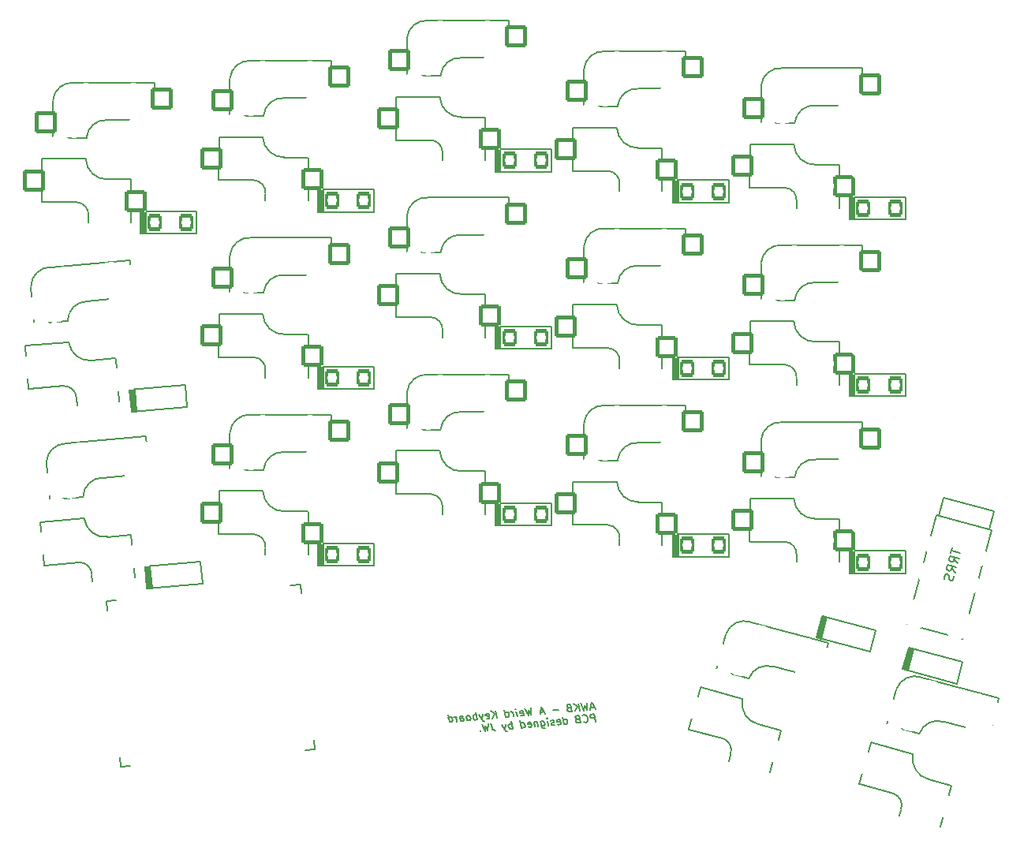
<source format=gbo>
G04 #@! TF.GenerationSoftware,KiCad,Pcbnew,7.0.5-0*
G04 #@! TF.CreationDate,2023-06-11T17:15:19+08:00*
G04 #@! TF.ProjectId,AWKB,41574b42-2e6b-4696-9361-645f70636258,rev?*
G04 #@! TF.SameCoordinates,Original*
G04 #@! TF.FileFunction,Legend,Bot*
G04 #@! TF.FilePolarity,Positive*
%FSLAX46Y46*%
G04 Gerber Fmt 4.6, Leading zero omitted, Abs format (unit mm)*
G04 Created by KiCad (PCBNEW 7.0.5-0) date 2023-06-11 17:15:19*
%MOMM*%
%LPD*%
G01*
G04 APERTURE LIST*
G04 Aperture macros list*
%AMRoundRect*
0 Rectangle with rounded corners*
0 $1 Rounding radius*
0 $2 $3 $4 $5 $6 $7 $8 $9 X,Y pos of 4 corners*
0 Add a 4 corners polygon primitive as box body*
4,1,4,$2,$3,$4,$5,$6,$7,$8,$9,$2,$3,0*
0 Add four circle primitives for the rounded corners*
1,1,$1+$1,$2,$3*
1,1,$1+$1,$4,$5*
1,1,$1+$1,$6,$7*
1,1,$1+$1,$8,$9*
0 Add four rect primitives between the rounded corners*
20,1,$1+$1,$2,$3,$4,$5,0*
20,1,$1+$1,$4,$5,$6,$7,0*
20,1,$1+$1,$6,$7,$8,$9,0*
20,1,$1+$1,$8,$9,$2,$3,0*%
%AMHorizOval*
0 Thick line with rounded ends*
0 $1 width*
0 $2 $3 position (X,Y) of the first rounded end (center of the circle)*
0 $4 $5 position (X,Y) of the second rounded end (center of the circle)*
0 Add line between two ends*
20,1,$1,$2,$3,$4,$5,0*
0 Add two circle primitives to create the rounded ends*
1,1,$1,$2,$3*
1,1,$1,$4,$5*%
%AMFreePoly0*
4,1,22,0.686777,0.580194,0.756366,0.524698,0.794986,0.444504,0.799999,0.400000,0.800000,0.200000,0.780194,0.113223,0.741421,0.058579,0.141421,-0.541421,0.066056,-0.588777,-0.022393,-0.598742,-0.106406,-0.569345,-0.141421,-0.541421,-0.741421,0.058579,-0.788777,0.133944,-0.800000,0.200000,-0.800000,0.400000,-0.780194,0.486777,-0.724698,0.556366,-0.644504,0.594986,-0.600000,0.600000,
0.600000,0.600000,0.686777,0.580194,0.686777,0.580194,$1*%
%AMFreePoly1*
4,1,26,0.706406,1.169345,0.769345,1.106406,0.798742,1.022393,0.800000,1.000000,0.800000,-0.250000,0.780194,-0.336777,0.724698,-0.406366,0.644504,-0.444986,0.600000,-0.450000,-0.600000,-0.450000,-0.686777,-0.430194,-0.756366,-0.374698,-0.794986,-0.294504,-0.800000,-0.250000,-0.800001,1.000000,-0.780194,1.086777,-0.724698,1.156366,-0.644504,1.194985,-0.555496,1.194986,-0.475302,1.156366,
-0.458579,1.141421,0.000000,0.682842,0.458579,1.141421,0.533944,1.188777,0.622393,1.198742,0.706406,1.169345,0.706406,1.169345,$1*%
G04 Aperture macros list end*
%ADD10C,0.150000*%
%ADD11C,0.200000*%
%ADD12C,0.100000*%
%ADD13C,1.200000*%
%ADD14HorizOval,2.000000X0.051764X0.193185X-0.051764X-0.193185X0*%
%ADD15HorizOval,2.000000X-0.051764X-0.193185X0.051764X0.193185X0*%
%ADD16C,2.300000*%
%ADD17C,2.100000*%
%ADD18C,3.400000*%
%ADD19C,4.400000*%
%ADD20RoundRect,0.200000X1.000000X1.000000X-1.000000X1.000000X-1.000000X-1.000000X1.000000X-1.000000X0*%
%ADD21RoundRect,0.200000X0.950000X1.000000X-0.950000X1.000000X-0.950000X-1.000000X0.950000X-1.000000X0*%
%ADD22RoundRect,0.200000X-0.600000X-0.700000X0.600000X-0.700000X0.600000X0.700000X-0.600000X0.700000X0*%
%ADD23C,3.600000*%
%ADD24RoundRect,0.200000X1.224745X0.707107X-0.707107X1.224745X-1.224745X-0.707107X0.707107X-1.224745X0*%
%ADD25RoundRect,0.200000X1.176449X0.720048X-0.658810X1.211804X-1.176449X-0.720048X0.658810X-1.211804X0*%
%ADD26RoundRect,0.200000X0.909039X1.083350X-1.083350X0.909039X-0.909039X-1.083350X1.083350X-0.909039X0*%
%ADD27RoundRect,0.200000X0.859229X1.078993X-1.033541X0.913397X-0.859229X-1.078993X1.033541X-0.913397X0*%
%ADD28C,2.000000*%
%ADD29FreePoly0,185.000000*%
%ADD30FreePoly0,5.000000*%
%ADD31FreePoly1,185.000000*%
%ADD32FreePoly1,5.000000*%
%ADD33RoundRect,0.200000X-0.760729X-0.520857X0.398382X-0.831440X0.760729X0.520857X-0.398382X0.831440X0*%
%ADD34RoundRect,0.200000X-0.536708X-0.749630X0.658726X-0.645043X0.536708X0.749630X-0.658726X0.645043X0*%
%ADD35C,1.100000*%
G04 APERTURE END LIST*
D10*
X160120298Y-134389622D02*
X159740795Y-134422825D01*
X160244582Y-134608193D02*
X159809586Y-133843195D01*
X159809586Y-133843195D02*
X159713279Y-134654676D01*
X159354183Y-133883037D02*
X159333776Y-134687879D01*
X159333776Y-134687879D02*
X159061015Y-134138131D01*
X159061015Y-134138131D02*
X159030174Y-134714440D01*
X159030174Y-134714440D02*
X158671078Y-133942801D01*
X158536820Y-134757603D02*
X158367476Y-133969363D01*
X158081417Y-134797446D02*
X158326201Y-134317141D01*
X157912073Y-134009206D02*
X158464244Y-134419786D01*
X157385508Y-134437682D02*
X157279721Y-134485178D01*
X157279721Y-134485178D02*
X157249835Y-134526033D01*
X157249835Y-134526033D02*
X157228013Y-134604424D01*
X157228013Y-134604424D02*
X157252205Y-134717029D01*
X157252205Y-134717029D02*
X157306283Y-134788780D01*
X157306283Y-134788780D02*
X157352298Y-134822995D01*
X157352298Y-134822995D02*
X157436262Y-134853890D01*
X157436262Y-134853890D02*
X157739864Y-134827328D01*
X157739864Y-134827328D02*
X157570520Y-134039088D01*
X157570520Y-134039088D02*
X157304868Y-134062329D01*
X157304868Y-134062329D02*
X157237032Y-134106505D01*
X157237032Y-134106505D02*
X157207145Y-134147360D01*
X157207145Y-134147360D02*
X157185323Y-134225751D01*
X157185323Y-134225751D02*
X157201451Y-134300822D01*
X157201451Y-134300822D02*
X157255529Y-134372572D01*
X157255529Y-134372572D02*
X157301544Y-134406787D01*
X157301544Y-134406787D02*
X157385508Y-134437682D01*
X157385508Y-134437682D02*
X157651160Y-134414440D01*
X156271192Y-134649894D02*
X155663988Y-134703017D01*
X154731359Y-134861093D02*
X154351856Y-134894296D01*
X154855643Y-135079664D02*
X154420647Y-134314666D01*
X154420647Y-134314666D02*
X154324339Y-135126148D01*
X153358040Y-134407632D02*
X153337632Y-135212473D01*
X153337632Y-135212473D02*
X153064871Y-134662725D01*
X153064871Y-134662725D02*
X153034030Y-135239035D01*
X153034030Y-135239035D02*
X152674935Y-134467396D01*
X152229010Y-135271224D02*
X152312975Y-135302119D01*
X152312975Y-135302119D02*
X152464776Y-135288838D01*
X152464776Y-135288838D02*
X152532612Y-135244663D01*
X152532612Y-135244663D02*
X152554435Y-135166272D01*
X152554435Y-135166272D02*
X152489923Y-134865990D01*
X152489923Y-134865990D02*
X152435844Y-134794240D01*
X152435844Y-134794240D02*
X152351880Y-134763345D01*
X152351880Y-134763345D02*
X152200079Y-134776626D01*
X152200079Y-134776626D02*
X152132242Y-134820801D01*
X152132242Y-134820801D02*
X152110420Y-134899192D01*
X152110420Y-134899192D02*
X152126548Y-134974263D01*
X152126548Y-134974263D02*
X152522179Y-135016131D01*
X151857572Y-135341962D02*
X151744676Y-134816468D01*
X151688228Y-134553722D02*
X151734242Y-134587937D01*
X151734242Y-134587937D02*
X151704356Y-134628792D01*
X151704356Y-134628792D02*
X151658341Y-134594577D01*
X151658341Y-134594577D02*
X151688228Y-134553722D01*
X151688228Y-134553722D02*
X151704356Y-134628792D01*
X151478069Y-135375164D02*
X151365173Y-134849670D01*
X151397429Y-134999811D02*
X151343351Y-134928061D01*
X151343351Y-134928061D02*
X151297337Y-134893846D01*
X151297337Y-134893846D02*
X151213372Y-134862951D01*
X151213372Y-134862951D02*
X151137472Y-134869592D01*
X150643163Y-135448209D02*
X150473819Y-134659969D01*
X150635099Y-135410673D02*
X150719064Y-135441568D01*
X150719064Y-135441568D02*
X150870865Y-135428287D01*
X150870865Y-135428287D02*
X150938702Y-135384112D01*
X150938702Y-135384112D02*
X150968588Y-135343256D01*
X150968588Y-135343256D02*
X150990410Y-135264866D01*
X150990410Y-135264866D02*
X150942026Y-135039654D01*
X150942026Y-135039654D02*
X150887948Y-134967904D01*
X150887948Y-134967904D02*
X150841934Y-134933689D01*
X150841934Y-134933689D02*
X150757969Y-134902794D01*
X150757969Y-134902794D02*
X150606168Y-134916075D01*
X150606168Y-134916075D02*
X150538331Y-134960250D01*
X149656456Y-135534534D02*
X149487112Y-134746294D01*
X149201052Y-135574377D02*
X149445837Y-135094072D01*
X149031708Y-134786137D02*
X149583880Y-135196717D01*
X148547834Y-135593286D02*
X148631798Y-135624180D01*
X148631798Y-135624180D02*
X148783599Y-135610899D01*
X148783599Y-135610899D02*
X148851436Y-135566724D01*
X148851436Y-135566724D02*
X148873258Y-135488333D01*
X148873258Y-135488333D02*
X148808746Y-135188051D01*
X148808746Y-135188051D02*
X148754668Y-135116301D01*
X148754668Y-135116301D02*
X148670703Y-135085406D01*
X148670703Y-135085406D02*
X148518902Y-135098687D01*
X148518902Y-135098687D02*
X148451066Y-135142863D01*
X148451066Y-135142863D02*
X148429243Y-135221253D01*
X148429243Y-135221253D02*
X148445371Y-135296324D01*
X148445371Y-135296324D02*
X148841002Y-135338192D01*
X148139400Y-135131889D02*
X148062544Y-135673984D01*
X147759897Y-135165091D02*
X148062544Y-135673984D01*
X148062544Y-135673984D02*
X148178765Y-135855019D01*
X148178765Y-135855019D02*
X148224779Y-135889234D01*
X148224779Y-135889234D02*
X148308744Y-135920129D01*
X147569191Y-135717146D02*
X147399847Y-134928906D01*
X147464359Y-135229188D02*
X147380394Y-135198293D01*
X147380394Y-135198293D02*
X147228593Y-135211574D01*
X147228593Y-135211574D02*
X147160756Y-135255750D01*
X147160756Y-135255750D02*
X147130870Y-135296605D01*
X147130870Y-135296605D02*
X147109048Y-135374996D01*
X147109048Y-135374996D02*
X147157432Y-135600208D01*
X147157432Y-135600208D02*
X147211510Y-135671958D01*
X147211510Y-135671958D02*
X147257524Y-135706173D01*
X147257524Y-135706173D02*
X147341489Y-135737068D01*
X147341489Y-135737068D02*
X147493290Y-135723787D01*
X147493290Y-135723787D02*
X147561127Y-135679611D01*
X146734284Y-135790191D02*
X146802121Y-135746016D01*
X146802121Y-135746016D02*
X146832007Y-135705160D01*
X146832007Y-135705160D02*
X146853829Y-135626769D01*
X146853829Y-135626769D02*
X146805445Y-135401558D01*
X146805445Y-135401558D02*
X146751367Y-135329808D01*
X146751367Y-135329808D02*
X146705353Y-135295593D01*
X146705353Y-135295593D02*
X146621388Y-135264698D01*
X146621388Y-135264698D02*
X146507537Y-135274659D01*
X146507537Y-135274659D02*
X146439701Y-135318834D01*
X146439701Y-135318834D02*
X146409814Y-135359690D01*
X146409814Y-135359690D02*
X146387992Y-135438080D01*
X146387992Y-135438080D02*
X146436376Y-135663292D01*
X146436376Y-135663292D02*
X146490454Y-135735042D01*
X146490454Y-135735042D02*
X146536469Y-135769257D01*
X146536469Y-135769257D02*
X146620433Y-135800152D01*
X146620433Y-135800152D02*
X146734284Y-135790191D01*
X145785527Y-135873197D02*
X145696823Y-135460309D01*
X145696823Y-135460309D02*
X145718645Y-135381918D01*
X145718645Y-135381918D02*
X145786482Y-135337743D01*
X145786482Y-135337743D02*
X145938283Y-135324462D01*
X145938283Y-135324462D02*
X146022247Y-135355357D01*
X145777463Y-135835662D02*
X145861427Y-135866556D01*
X145861427Y-135866556D02*
X146051179Y-135849955D01*
X146051179Y-135849955D02*
X146119015Y-135805780D01*
X146119015Y-135805780D02*
X146140837Y-135727389D01*
X146140837Y-135727389D02*
X146124709Y-135652318D01*
X146124709Y-135652318D02*
X146070631Y-135580568D01*
X146070631Y-135580568D02*
X145986667Y-135549673D01*
X145986667Y-135549673D02*
X145796915Y-135566274D01*
X145796915Y-135566274D02*
X145712951Y-135535380D01*
X145406024Y-135906399D02*
X145293127Y-135380906D01*
X145325384Y-135531047D02*
X145271305Y-135459296D01*
X145271305Y-135459296D02*
X145225291Y-135425081D01*
X145225291Y-135425081D02*
X145141326Y-135394186D01*
X145141326Y-135394186D02*
X145065426Y-135400827D01*
X144571118Y-135979444D02*
X144401774Y-135191204D01*
X144563054Y-135941909D02*
X144647018Y-135972803D01*
X144647018Y-135972803D02*
X144798819Y-135959523D01*
X144798819Y-135959523D02*
X144866656Y-135915347D01*
X144866656Y-135915347D02*
X144896542Y-135874491D01*
X144896542Y-135874491D02*
X144918364Y-135796101D01*
X144918364Y-135796101D02*
X144869980Y-135570889D01*
X144869980Y-135570889D02*
X144815902Y-135499139D01*
X144815902Y-135499139D02*
X144769888Y-135464924D01*
X144769888Y-135464924D02*
X144685923Y-135434029D01*
X144685923Y-135434029D02*
X144534122Y-135447310D01*
X144534122Y-135447310D02*
X144466286Y-135491486D01*
X160242989Y-135901253D02*
X160073644Y-135113013D01*
X160073644Y-135113013D02*
X159770042Y-135139575D01*
X159770042Y-135139575D02*
X159702206Y-135183750D01*
X159702206Y-135183750D02*
X159672319Y-135224606D01*
X159672319Y-135224606D02*
X159650497Y-135302996D01*
X159650497Y-135302996D02*
X159674689Y-135415602D01*
X159674689Y-135415602D02*
X159728767Y-135487352D01*
X159728767Y-135487352D02*
X159774782Y-135521568D01*
X159774782Y-135521568D02*
X159858746Y-135552462D01*
X159858746Y-135552462D02*
X160162349Y-135525901D01*
X158974501Y-135935750D02*
X159020516Y-135969965D01*
X159020516Y-135969965D02*
X159142431Y-135997539D01*
X159142431Y-135997539D02*
X159218331Y-135990899D01*
X159218331Y-135990899D02*
X159324118Y-135943403D01*
X159324118Y-135943403D02*
X159383891Y-135861692D01*
X159383891Y-135861692D02*
X159405713Y-135783301D01*
X159405713Y-135783301D02*
X159411407Y-135629840D01*
X159411407Y-135629840D02*
X159387215Y-135517234D01*
X159387215Y-135517234D02*
X159317009Y-135370414D01*
X159317009Y-135370414D02*
X159262930Y-135298663D01*
X159262930Y-135298663D02*
X159170902Y-135230233D01*
X159170902Y-135230233D02*
X159048987Y-135202659D01*
X159048987Y-135202659D02*
X158973087Y-135209299D01*
X158973087Y-135209299D02*
X158867300Y-135256795D01*
X158867300Y-135256795D02*
X158837413Y-135297651D01*
X158294721Y-135651056D02*
X158188934Y-135698552D01*
X158188934Y-135698552D02*
X158159048Y-135739407D01*
X158159048Y-135739407D02*
X158137226Y-135817798D01*
X158137226Y-135817798D02*
X158161418Y-135930404D01*
X158161418Y-135930404D02*
X158215496Y-136002154D01*
X158215496Y-136002154D02*
X158261510Y-136036369D01*
X158261510Y-136036369D02*
X158345475Y-136067264D01*
X158345475Y-136067264D02*
X158649077Y-136040702D01*
X158649077Y-136040702D02*
X158479733Y-135252462D01*
X158479733Y-135252462D02*
X158214081Y-135275704D01*
X158214081Y-135275704D02*
X158146245Y-135319879D01*
X158146245Y-135319879D02*
X158116358Y-135360735D01*
X158116358Y-135360735D02*
X158094536Y-135439125D01*
X158094536Y-135439125D02*
X158110664Y-135514196D01*
X158110664Y-135514196D02*
X158164742Y-135585946D01*
X158164742Y-135585946D02*
X158210757Y-135620161D01*
X158210757Y-135620161D02*
X158294721Y-135651056D01*
X158294721Y-135651056D02*
X158560373Y-135627815D01*
X156903364Y-136193432D02*
X156734020Y-135405192D01*
X156895300Y-136155897D02*
X156979265Y-136186792D01*
X156979265Y-136186792D02*
X157131066Y-136173511D01*
X157131066Y-136173511D02*
X157198902Y-136129335D01*
X157198902Y-136129335D02*
X157228789Y-136088480D01*
X157228789Y-136088480D02*
X157250611Y-136010089D01*
X157250611Y-136010089D02*
X157202227Y-135784878D01*
X157202227Y-135784878D02*
X157148149Y-135713127D01*
X157148149Y-135713127D02*
X157102134Y-135678912D01*
X157102134Y-135678912D02*
X157018170Y-135648018D01*
X157018170Y-135648018D02*
X156866369Y-135661298D01*
X156866369Y-135661298D02*
X156798532Y-135705474D01*
X156212195Y-136215661D02*
X156296159Y-136246556D01*
X156296159Y-136246556D02*
X156447960Y-136233275D01*
X156447960Y-136233275D02*
X156515797Y-136189099D01*
X156515797Y-136189099D02*
X156537619Y-136110709D01*
X156537619Y-136110709D02*
X156473107Y-135810427D01*
X156473107Y-135810427D02*
X156419029Y-135738676D01*
X156419029Y-135738676D02*
X156335064Y-135707782D01*
X156335064Y-135707782D02*
X156183263Y-135721062D01*
X156183263Y-135721062D02*
X156115427Y-135765238D01*
X156115427Y-135765238D02*
X156093605Y-135843629D01*
X156093605Y-135843629D02*
X156109733Y-135918699D01*
X156109733Y-135918699D02*
X156505363Y-135960568D01*
X155870643Y-136245543D02*
X155802806Y-136289719D01*
X155802806Y-136289719D02*
X155651005Y-136303000D01*
X155651005Y-136303000D02*
X155567040Y-136272105D01*
X155567040Y-136272105D02*
X155512962Y-136200354D01*
X155512962Y-136200354D02*
X155504898Y-136162819D01*
X155504898Y-136162819D02*
X155526720Y-136084429D01*
X155526720Y-136084429D02*
X155594557Y-136040253D01*
X155594557Y-136040253D02*
X155708408Y-136030292D01*
X155708408Y-136030292D02*
X155776244Y-135986116D01*
X155776244Y-135986116D02*
X155798067Y-135907726D01*
X155798067Y-135907726D02*
X155790003Y-135870191D01*
X155790003Y-135870191D02*
X155735924Y-135798440D01*
X155735924Y-135798440D02*
X155651960Y-135767545D01*
X155651960Y-135767545D02*
X155538109Y-135777506D01*
X155538109Y-135777506D02*
X155470272Y-135821682D01*
X155195602Y-136342842D02*
X155082706Y-135817349D01*
X155026258Y-135554602D02*
X155072272Y-135588817D01*
X155072272Y-135588817D02*
X155042386Y-135629672D01*
X155042386Y-135629672D02*
X154996371Y-135595457D01*
X154996371Y-135595457D02*
X155026258Y-135554602D01*
X155026258Y-135554602D02*
X155042386Y-135629672D01*
X154361651Y-135880433D02*
X154498739Y-136518532D01*
X154498739Y-136518532D02*
X154552817Y-136590282D01*
X154552817Y-136590282D02*
X154598831Y-136624497D01*
X154598831Y-136624497D02*
X154682796Y-136655392D01*
X154682796Y-136655392D02*
X154796647Y-136645431D01*
X154796647Y-136645431D02*
X154864483Y-136601256D01*
X154466483Y-136368391D02*
X154550447Y-136399286D01*
X154550447Y-136399286D02*
X154702249Y-136386005D01*
X154702249Y-136386005D02*
X154770085Y-136341829D01*
X154770085Y-136341829D02*
X154799971Y-136300974D01*
X154799971Y-136300974D02*
X154821794Y-136222583D01*
X154821794Y-136222583D02*
X154773410Y-135997372D01*
X154773410Y-135997372D02*
X154719331Y-135925621D01*
X154719331Y-135925621D02*
X154673317Y-135891406D01*
X154673317Y-135891406D02*
X154589353Y-135860512D01*
X154589353Y-135860512D02*
X154437551Y-135873792D01*
X154437551Y-135873792D02*
X154369715Y-135917968D01*
X153982148Y-135913635D02*
X154095044Y-136439129D01*
X153998276Y-135988706D02*
X153952261Y-135954491D01*
X153952261Y-135954491D02*
X153868297Y-135923596D01*
X153868297Y-135923596D02*
X153754446Y-135933556D01*
X153754446Y-135933556D02*
X153686609Y-135977732D01*
X153686609Y-135977732D02*
X153664787Y-136056123D01*
X153664787Y-136056123D02*
X153753491Y-136469010D01*
X153062322Y-136491239D02*
X153146286Y-136522134D01*
X153146286Y-136522134D02*
X153298087Y-136508853D01*
X153298087Y-136508853D02*
X153365924Y-136464677D01*
X153365924Y-136464677D02*
X153387746Y-136386287D01*
X153387746Y-136386287D02*
X153323234Y-136086005D01*
X153323234Y-136086005D02*
X153269156Y-136014255D01*
X153269156Y-136014255D02*
X153185191Y-135983360D01*
X153185191Y-135983360D02*
X153033390Y-135996641D01*
X153033390Y-135996641D02*
X152965554Y-136040816D01*
X152965554Y-136040816D02*
X152943732Y-136119207D01*
X152943732Y-136119207D02*
X152959860Y-136194277D01*
X152959860Y-136194277D02*
X153355490Y-136236146D01*
X152349331Y-136591859D02*
X152179987Y-135803618D01*
X152341267Y-136554323D02*
X152425231Y-136585218D01*
X152425231Y-136585218D02*
X152577033Y-136571937D01*
X152577033Y-136571937D02*
X152644869Y-136527762D01*
X152644869Y-136527762D02*
X152674755Y-136486906D01*
X152674755Y-136486906D02*
X152696578Y-136408515D01*
X152696578Y-136408515D02*
X152648194Y-136183304D01*
X152648194Y-136183304D02*
X152594115Y-136111554D01*
X152594115Y-136111554D02*
X152548101Y-136077339D01*
X152548101Y-136077339D02*
X152464136Y-136046444D01*
X152464136Y-136046444D02*
X152312335Y-136059725D01*
X152312335Y-136059725D02*
X152244499Y-136103900D01*
X151362623Y-136678184D02*
X151193279Y-135889944D01*
X151257791Y-136190226D02*
X151173827Y-136159331D01*
X151173827Y-136159331D02*
X151022025Y-136172612D01*
X151022025Y-136172612D02*
X150954189Y-136216788D01*
X150954189Y-136216788D02*
X150924303Y-136257643D01*
X150924303Y-136257643D02*
X150902480Y-136336034D01*
X150902480Y-136336034D02*
X150950864Y-136561246D01*
X150950864Y-136561246D02*
X151004943Y-136632996D01*
X151004943Y-136632996D02*
X151050957Y-136667211D01*
X151050957Y-136667211D02*
X151134921Y-136698106D01*
X151134921Y-136698106D02*
X151286723Y-136684825D01*
X151286723Y-136684825D02*
X151354559Y-136640649D01*
X150604572Y-136209135D02*
X150527717Y-136751229D01*
X150225069Y-136242337D02*
X150527717Y-136751229D01*
X150527717Y-136751229D02*
X150643937Y-136932265D01*
X150643937Y-136932265D02*
X150689951Y-136966480D01*
X150689951Y-136966480D02*
X150773916Y-136997375D01*
X149030113Y-136079197D02*
X149151073Y-136642225D01*
X149151073Y-136642225D02*
X149213215Y-136751511D01*
X149213215Y-136751511D02*
X149305243Y-136819941D01*
X149305243Y-136819941D02*
X149427158Y-136847516D01*
X149427158Y-136847516D02*
X149503059Y-136840875D01*
X148726510Y-136105758D02*
X148706103Y-136910600D01*
X148706103Y-136910600D02*
X148433342Y-136360852D01*
X148433342Y-136360852D02*
X148402501Y-136937161D01*
X148402501Y-136937161D02*
X148043405Y-136165522D01*
X147893019Y-136905254D02*
X147863133Y-136946109D01*
X147863133Y-136946109D02*
X147909147Y-136980324D01*
X147909147Y-136980324D02*
X147939033Y-136939469D01*
X147939033Y-136939469D02*
X147893019Y-136905254D01*
X147893019Y-136905254D02*
X147909147Y-136980324D01*
X198527485Y-117257386D02*
X198379588Y-117809343D01*
X199419462Y-117792184D02*
X198453536Y-117533365D01*
X199111344Y-118942096D02*
X198737653Y-118496873D01*
X199259241Y-118390138D02*
X198293315Y-118131319D01*
X198293315Y-118131319D02*
X198194717Y-118499291D01*
X198194717Y-118499291D02*
X198216064Y-118603608D01*
X198216064Y-118603608D02*
X198249736Y-118661930D01*
X198249736Y-118661930D02*
X198329404Y-118732575D01*
X198329404Y-118732575D02*
X198467394Y-118769550D01*
X198467394Y-118769550D02*
X198571711Y-118748203D01*
X198571711Y-118748203D02*
X198630033Y-118714531D01*
X198630033Y-118714531D02*
X198700678Y-118634863D01*
X198700678Y-118634863D02*
X198799276Y-118266891D01*
X198852525Y-119908021D02*
X198478834Y-119462799D01*
X199000422Y-119356064D02*
X198034496Y-119097245D01*
X198034496Y-119097245D02*
X197935898Y-119465217D01*
X197935898Y-119465217D02*
X197957245Y-119569534D01*
X197957245Y-119569534D02*
X197990917Y-119627855D01*
X197990917Y-119627855D02*
X198070585Y-119698501D01*
X198070585Y-119698501D02*
X198208575Y-119735475D01*
X198208575Y-119735475D02*
X198312892Y-119714128D01*
X198312892Y-119714128D02*
X198371213Y-119680457D01*
X198371213Y-119680457D02*
X198441859Y-119600788D01*
X198441859Y-119600788D02*
X198540457Y-119232817D01*
X198707931Y-120263668D02*
X198716953Y-120413983D01*
X198716953Y-120413983D02*
X198655330Y-120643965D01*
X198655330Y-120643965D02*
X198584684Y-120723633D01*
X198584684Y-120723633D02*
X198526363Y-120757305D01*
X198526363Y-120757305D02*
X198422045Y-120778652D01*
X198422045Y-120778652D02*
X198330052Y-120754003D01*
X198330052Y-120754003D02*
X198250384Y-120683357D01*
X198250384Y-120683357D02*
X198216712Y-120625035D01*
X198216712Y-120625035D02*
X198195365Y-120520718D01*
X198195365Y-120520718D02*
X198198667Y-120324407D01*
X198198667Y-120324407D02*
X198177320Y-120220090D01*
X198177320Y-120220090D02*
X198143649Y-120161768D01*
X198143649Y-120161768D02*
X198063980Y-120091122D01*
X198063980Y-120091122D02*
X197971988Y-120066473D01*
X197971988Y-120066473D02*
X197867670Y-120087820D01*
X197867670Y-120087820D02*
X197809349Y-120121492D01*
X197809349Y-120121492D02*
X197738703Y-120201160D01*
X197738703Y-120201160D02*
X197677079Y-120431142D01*
X197677079Y-120431142D02*
X197686102Y-120581456D01*
X196860931Y-113756671D02*
X193729221Y-125444373D01*
X196860931Y-113756671D02*
X202753079Y-115335467D01*
X193729221Y-125444373D02*
X199621368Y-127023170D01*
X197620051Y-111889524D02*
X203029235Y-113338911D01*
X197102413Y-113821376D02*
X197620051Y-111889524D01*
X202511597Y-115270762D02*
X203029235Y-113338911D01*
X202753079Y-115335467D02*
X199621368Y-127023170D01*
X119838328Y-111186994D02*
X119813328Y-115786994D01*
X121013328Y-104936994D02*
X121013328Y-108881994D01*
X121013328Y-108890994D02*
X124623328Y-108890994D01*
X123613328Y-115811994D02*
X119838328Y-115811994D01*
X124538328Y-111161994D02*
X119838328Y-111161994D01*
X124833328Y-117286994D02*
X124833328Y-117986994D01*
X129388328Y-113361994D02*
X126838328Y-113361994D01*
X129413328Y-113386994D02*
X129413328Y-117986994D01*
X131913328Y-102982994D02*
X123288328Y-102982994D01*
X131913328Y-106890994D02*
X131913328Y-102982994D01*
X131913328Y-106936994D02*
X126863328Y-106982994D01*
X123288328Y-102982995D02*
G75*
G03*
X121024329Y-104866994I-190000J-2073999D01*
G01*
X124833328Y-117236994D02*
G75*
G03*
X123613328Y-115816994I-1320000J100000D01*
G01*
X126888328Y-106986995D02*
G75*
G03*
X124628329Y-108866994I-190000J-2069999D01*
G01*
X124543329Y-111186994D02*
G75*
G03*
X126913328Y-113356993I2269999J100000D01*
G01*
D11*
X174581600Y-118207000D02*
X168581600Y-118207000D01*
X168581600Y-118207000D02*
X168581600Y-115807000D01*
X168581600Y-115807000D02*
X174581600Y-115807000D01*
X174581600Y-115807000D02*
X174581600Y-118207000D01*
X169140000Y-118207000D02*
X168581600Y-118207000D01*
X168581600Y-115807000D01*
X169140000Y-115807000D01*
X169140000Y-118207000D01*
G36*
X169140000Y-118207000D02*
G01*
X168581600Y-118207000D01*
X168581600Y-115807000D01*
X169140000Y-115807000D01*
X169140000Y-118207000D01*
G37*
D10*
X119838328Y-92187394D02*
X119813328Y-96787394D01*
X121013328Y-85937394D02*
X121013328Y-89882394D01*
X121013328Y-89891394D02*
X124623328Y-89891394D01*
X123613328Y-96812394D02*
X119838328Y-96812394D01*
X124538328Y-92162394D02*
X119838328Y-92162394D01*
X124833328Y-98287394D02*
X124833328Y-98987394D01*
X129388328Y-94362394D02*
X126838328Y-94362394D01*
X129413328Y-94387394D02*
X129413328Y-98987394D01*
X131913328Y-83983394D02*
X123288328Y-83983394D01*
X131913328Y-87891394D02*
X131913328Y-83983394D01*
X131913328Y-87937394D02*
X126863328Y-87983394D01*
X123288328Y-83983395D02*
G75*
G03*
X121024329Y-85867394I-190000J-2073999D01*
G01*
X124833328Y-98237394D02*
G75*
G03*
X123613328Y-96817394I-1320000J100000D01*
G01*
X126888328Y-87987395D02*
G75*
G03*
X124628329Y-89867394I-190000J-2069999D01*
G01*
X124543329Y-92187394D02*
G75*
G03*
X126913328Y-94357393I2269999J100000D01*
G01*
D11*
X174581600Y-99206600D02*
X168581600Y-99206600D01*
X168581600Y-99206600D02*
X168581600Y-96806600D01*
X168581600Y-96806600D02*
X174581600Y-96806600D01*
X174581600Y-96806600D02*
X174581600Y-99206600D01*
X169140000Y-99206600D02*
X168581600Y-99206600D01*
X168581600Y-96806600D01*
X169140000Y-96806600D01*
X169140000Y-99206600D01*
G36*
X169140000Y-99206600D02*
G01*
X168581600Y-99206600D01*
X168581600Y-96806600D01*
X169140000Y-96806600D01*
X169140000Y-99206600D01*
G37*
D10*
X171486081Y-132280626D02*
X170271365Y-136717414D01*
X174238663Y-126547702D02*
X173217622Y-130358279D01*
X173215292Y-130366972D02*
X176702285Y-131301309D01*
X173935413Y-137725074D02*
X170289043Y-136748033D01*
X176032403Y-133472927D02*
X171492551Y-132256477D01*
X174732084Y-139465574D02*
X174550911Y-140141722D01*
X180147741Y-136853236D02*
X177684630Y-136193248D01*
X180165419Y-136883855D02*
X178974851Y-141327114D01*
X185272987Y-127481410D02*
X176941876Y-125249096D01*
X184261522Y-131256248D02*
X185272987Y-127481410D01*
X184249616Y-131300681D02*
X179359785Y-130038077D01*
X176941876Y-125249095D02*
G75*
G03*
X174267405Y-126482934I-720316J-1954155D01*
G01*
X174745025Y-139417278D02*
G75*
G03*
X173934119Y-137729904I-1249140J438234D01*
G01*
X179382898Y-130048412D02*
G75*
G03*
X176713327Y-131279421I-719281J-1950290D01*
G01*
X176030763Y-133498369D02*
G75*
G03*
X177758369Y-136207828I2218532J-490927D01*
G01*
X100838128Y-75549994D02*
X100813128Y-80149994D01*
X102013128Y-69299994D02*
X102013128Y-73244994D01*
X102013128Y-73253994D02*
X105623128Y-73253994D01*
X104613128Y-80174994D02*
X100838128Y-80174994D01*
X105538128Y-75524994D02*
X100838128Y-75524994D01*
X105833128Y-81649994D02*
X105833128Y-82349994D01*
X110388128Y-77724994D02*
X107838128Y-77724994D01*
X110413128Y-77749994D02*
X110413128Y-82349994D01*
X112913128Y-67345994D02*
X104288128Y-67345994D01*
X112913128Y-71253994D02*
X112913128Y-67345994D01*
X112913128Y-71299994D02*
X107863128Y-71345994D01*
X104288128Y-67345995D02*
G75*
G03*
X102024129Y-69229994I-190000J-2073999D01*
G01*
X105833128Y-81599994D02*
G75*
G03*
X104613128Y-80179994I-1320000J100000D01*
G01*
X107888128Y-71349995D02*
G75*
G03*
X105628129Y-73229994I-190000J-2069999D01*
G01*
X105543129Y-75549994D02*
G75*
G03*
X107913128Y-77719993I2269999J100000D01*
G01*
X99038114Y-95613872D02*
X99414125Y-100198546D01*
X99663919Y-89285247D02*
X100007748Y-93215235D01*
X100008533Y-93224201D02*
X103604796Y-92909568D01*
X103201844Y-99892259D02*
X99441209Y-100221272D01*
X103718050Y-95179335D02*
X99035935Y-95588967D01*
X104545756Y-101255316D02*
X104606765Y-101952653D01*
X108741337Y-96948258D02*
X106201040Y-97170505D01*
X108768420Y-96970984D02*
X109169337Y-101553479D01*
X110352139Y-86388685D02*
X101759960Y-87140403D01*
X110692744Y-90281814D02*
X110352139Y-86388685D01*
X110696753Y-90327639D02*
X105669979Y-90813600D01*
X101759960Y-87140402D02*
G75*
G03*
X99668776Y-89214554I-8516J-2082668D01*
G01*
X104541398Y-101205507D02*
G75*
G03*
X103202280Y-99897241I-1323692J-15426D01*
G01*
X105695232Y-90815407D02*
G75*
G03*
X103607686Y-92885224I-8864J-2078682D01*
G01*
X103725210Y-95203804D02*
G75*
G03*
X106275319Y-97158987I2252646J297463D01*
G01*
D11*
X136481600Y-119206400D02*
X130481600Y-119206400D01*
X130481600Y-119206400D02*
X130481600Y-116806400D01*
X130481600Y-116806400D02*
X136481600Y-116806400D01*
X136481600Y-116806400D02*
X136481600Y-119206400D01*
X131040000Y-119206400D02*
X130481600Y-119206400D01*
X130481600Y-116806400D01*
X131040000Y-116806400D01*
X131040000Y-119206400D01*
G36*
X131040000Y-119206400D02*
G01*
X130481600Y-119206400D01*
X130481600Y-116806400D01*
X131040000Y-116806400D01*
X131040000Y-119206400D01*
G37*
X174581600Y-80206640D02*
X168581600Y-80206640D01*
X168581600Y-80206640D02*
X168581600Y-77806640D01*
X168581600Y-77806640D02*
X174581600Y-77806640D01*
X174581600Y-77806640D02*
X174581600Y-80206640D01*
X169140000Y-80206640D02*
X168581600Y-80206640D01*
X168581600Y-77806640D01*
X169140000Y-77806640D01*
X169140000Y-80206640D01*
G36*
X169140000Y-80206640D02*
G01*
X168581600Y-80206640D01*
X168581600Y-77806640D01*
X169140000Y-77806640D01*
X169140000Y-80206640D01*
G37*
X188063000Y-101006000D02*
X187504600Y-101006000D01*
X187504600Y-98606000D01*
X188063000Y-98606000D01*
X188063000Y-101006000D01*
G36*
X188063000Y-101006000D02*
G01*
X187504600Y-101006000D01*
X187504600Y-98606000D01*
X188063000Y-98606000D01*
X188063000Y-101006000D01*
G37*
X193504600Y-101006000D02*
X187504600Y-101006000D01*
X187504600Y-101006000D02*
X187504600Y-98606000D01*
X187504600Y-98606000D02*
X193504600Y-98606000D01*
X193504600Y-98606000D02*
X193504600Y-101006000D01*
X155504702Y-76896440D02*
X149504702Y-76896440D01*
X149504702Y-76896440D02*
X149504702Y-74496440D01*
X149504702Y-74496440D02*
X155504702Y-74496440D01*
X155504702Y-74496440D02*
X155504702Y-76896440D01*
X150063102Y-76896440D02*
X149504702Y-76896440D01*
X149504702Y-74496440D01*
X150063102Y-74496440D01*
X150063102Y-76896440D01*
G36*
X150063102Y-76896440D02*
G01*
X149504702Y-76896440D01*
X149504702Y-74496440D01*
X150063102Y-74496440D01*
X150063102Y-76896440D01*
G37*
X188063000Y-120006000D02*
X187504600Y-120006000D01*
X187504600Y-117606000D01*
X188063000Y-117606000D01*
X188063000Y-120006000D01*
G36*
X188063000Y-120006000D02*
G01*
X187504600Y-120006000D01*
X187504600Y-117606000D01*
X188063000Y-117606000D01*
X188063000Y-120006000D01*
G37*
X193504600Y-120006000D02*
X187504600Y-120006000D01*
X187504600Y-120006000D02*
X187504600Y-117606000D01*
X187504600Y-117606000D02*
X193504600Y-117606000D01*
X193504600Y-117606000D02*
X193504600Y-120006000D01*
D10*
X189785232Y-138198189D02*
X188570516Y-142634977D01*
X192537814Y-132465265D02*
X191516773Y-136275842D01*
X191514443Y-136284535D02*
X195001436Y-137218872D01*
X192234564Y-143642637D02*
X188588194Y-142665596D01*
X194331554Y-139390490D02*
X189791702Y-138174040D01*
X193031235Y-145383137D02*
X192850062Y-146059285D01*
X198446892Y-142770799D02*
X195983781Y-142110811D01*
X198464570Y-142801418D02*
X197274002Y-147244677D01*
X203572138Y-133398973D02*
X195241027Y-131166659D01*
X202560673Y-137173811D02*
X203572138Y-133398973D01*
X202548767Y-137218244D02*
X197658936Y-135955640D01*
X195241027Y-131166658D02*
G75*
G03*
X192566556Y-132400497I-720316J-1954155D01*
G01*
X193044176Y-145334841D02*
G75*
G03*
X192233270Y-143647467I-1249140J438234D01*
G01*
X197682049Y-135965975D02*
G75*
G03*
X195012478Y-137196984I-719281J-1950290D01*
G01*
X194329914Y-139415932D02*
G75*
G03*
X196057520Y-142125391I2218532J-490927D01*
G01*
X109324274Y-140738845D02*
X110320469Y-140651689D01*
X109324274Y-140738845D02*
X109241476Y-139792460D01*
X129136794Y-139005474D02*
X130132988Y-138918318D01*
X130132988Y-138918318D02*
X130044961Y-137912162D01*
X107772902Y-123006579D02*
X107860058Y-124002774D01*
X107772902Y-123006579D02*
X108769097Y-122919423D01*
X127535612Y-121277566D02*
X128581616Y-121186053D01*
X128581616Y-121186053D02*
X128668772Y-122182247D01*
D11*
X188063000Y-82006200D02*
X187504600Y-82006200D01*
X187504600Y-79606200D01*
X188063000Y-79606200D01*
X188063000Y-82006200D01*
G36*
X188063000Y-82006200D02*
G01*
X187504600Y-82006200D01*
X187504600Y-79606200D01*
X188063000Y-79606200D01*
X188063000Y-82006200D01*
G37*
X193504600Y-82006200D02*
X187504600Y-82006200D01*
X187504600Y-82006200D02*
X187504600Y-79606200D01*
X187504600Y-79606200D02*
X193504600Y-79606200D01*
X193504600Y-79606200D02*
X193504600Y-82006200D01*
D10*
X138837728Y-106877194D02*
X138812728Y-111477194D01*
X140012728Y-100627194D02*
X140012728Y-104572194D01*
X140012728Y-104581194D02*
X143622728Y-104581194D01*
X142612728Y-111502194D02*
X138837728Y-111502194D01*
X143537728Y-106852194D02*
X138837728Y-106852194D01*
X143832728Y-112977194D02*
X143832728Y-113677194D01*
X148387728Y-109052194D02*
X145837728Y-109052194D01*
X148412728Y-109077194D02*
X148412728Y-113677194D01*
X150912728Y-98673194D02*
X142287728Y-98673194D01*
X150912728Y-102581194D02*
X150912728Y-98673194D01*
X150912728Y-102627194D02*
X145862728Y-102673194D01*
X142287728Y-98673195D02*
G75*
G03*
X140023729Y-100557194I-190000J-2073999D01*
G01*
X143832728Y-112927194D02*
G75*
G03*
X142612728Y-111507194I-1320000J100000D01*
G01*
X145887728Y-102677195D02*
G75*
G03*
X143627729Y-104557194I-190000J-2069999D01*
G01*
X143542729Y-106877194D02*
G75*
G03*
X145912728Y-109047193I2269999J100000D01*
G01*
D11*
X199015023Y-131855501D02*
X193219468Y-130302587D01*
X193219468Y-130302587D02*
X193840634Y-127984365D01*
X193840634Y-127984365D02*
X199636189Y-129537279D01*
X199636189Y-129537279D02*
X199015023Y-131855501D01*
X194380007Y-128128889D02*
X193758841Y-130447111D01*
X193219468Y-130302587D01*
X193840634Y-127984365D01*
X194380007Y-128128889D01*
G36*
X194380007Y-128128889D02*
G01*
X193758841Y-130447111D01*
X193219468Y-130302587D01*
X193840634Y-127984365D01*
X194380007Y-128128889D01*
G37*
D10*
X157837928Y-72187234D02*
X157812928Y-76787234D01*
X159012928Y-65937234D02*
X159012928Y-69882234D01*
X159012928Y-69891234D02*
X162622928Y-69891234D01*
X161612928Y-76812234D02*
X157837928Y-76812234D01*
X162537928Y-72162234D02*
X157837928Y-72162234D01*
X162832928Y-78287234D02*
X162832928Y-78987234D01*
X167387928Y-74362234D02*
X164837928Y-74362234D01*
X167412928Y-74387234D02*
X167412928Y-78987234D01*
X169912928Y-63983234D02*
X161287928Y-63983234D01*
X169912928Y-67891234D02*
X169912928Y-63983234D01*
X169912928Y-67937234D02*
X164862928Y-67983234D01*
X161287928Y-63983235D02*
G75*
G03*
X159023929Y-65867234I-190000J-2073999D01*
G01*
X162832928Y-78237234D02*
G75*
G03*
X161612928Y-76817234I-1320000J100000D01*
G01*
X164887928Y-67987235D02*
G75*
G03*
X162627929Y-69867234I-190000J-2069999D01*
G01*
X162542929Y-72187234D02*
G75*
G03*
X164912928Y-74357233I2269999J100000D01*
G01*
X119838328Y-73187794D02*
X119813328Y-77787794D01*
X121013328Y-66937794D02*
X121013328Y-70882794D01*
X121013328Y-70891794D02*
X124623328Y-70891794D01*
X123613328Y-77812794D02*
X119838328Y-77812794D01*
X124538328Y-73162794D02*
X119838328Y-73162794D01*
X124833328Y-79287794D02*
X124833328Y-79987794D01*
X129388328Y-75362794D02*
X126838328Y-75362794D01*
X129413328Y-75387794D02*
X129413328Y-79987794D01*
X131913328Y-64983794D02*
X123288328Y-64983794D01*
X131913328Y-68891794D02*
X131913328Y-64983794D01*
X131913328Y-68937794D02*
X126863328Y-68983794D01*
X123288328Y-64983795D02*
G75*
G03*
X121024329Y-66867794I-190000J-2073999D01*
G01*
X124833328Y-79237794D02*
G75*
G03*
X123613328Y-77817794I-1320000J100000D01*
G01*
X126888328Y-68987795D02*
G75*
G03*
X124628329Y-70867794I-190000J-2069999D01*
G01*
X124543329Y-73187794D02*
G75*
G03*
X126913328Y-75357793I2269999J100000D01*
G01*
X181542627Y-73986794D02*
G75*
G03*
X183912626Y-76156793I2269999J100000D01*
G01*
X183887626Y-69786795D02*
G75*
G03*
X181627627Y-71666794I-190000J-2069999D01*
G01*
X181832626Y-80036794D02*
G75*
G03*
X180612626Y-78616794I-1320000J100000D01*
G01*
X180287626Y-65782795D02*
G75*
G03*
X178023627Y-67666794I-190000J-2073999D01*
G01*
X188912626Y-69736794D02*
X183862626Y-69782794D01*
X188912626Y-69690794D02*
X188912626Y-65782794D01*
X188912626Y-65782794D02*
X180287626Y-65782794D01*
X186412626Y-76186794D02*
X186412626Y-80786794D01*
X186387626Y-76161794D02*
X183837626Y-76161794D01*
X181832626Y-80086794D02*
X181832626Y-80786794D01*
X181537626Y-73961794D02*
X176837626Y-73961794D01*
X180612626Y-78611794D02*
X176837626Y-78611794D01*
X178012626Y-71690794D02*
X181622626Y-71690794D01*
X178012626Y-67736794D02*
X178012626Y-71681794D01*
X176837626Y-73986794D02*
X176812626Y-78586794D01*
D11*
X189727549Y-128443709D02*
X183931994Y-126890795D01*
X183931994Y-126890795D02*
X184553160Y-124572573D01*
X184553160Y-124572573D02*
X190348715Y-126125487D01*
X190348715Y-126125487D02*
X189727549Y-128443709D01*
X185092533Y-124717097D02*
X184471367Y-127035319D01*
X183931994Y-126890795D01*
X184553160Y-124572573D01*
X185092533Y-124717097D01*
G36*
X185092533Y-124717097D02*
G01*
X184471367Y-127035319D01*
X183931994Y-126890795D01*
X184553160Y-124572573D01*
X185092533Y-124717097D01*
G37*
X112665571Y-121624134D02*
X112109296Y-121672802D01*
X111900123Y-119281935D01*
X112456398Y-119233267D01*
X112665571Y-121624134D01*
G36*
X112665571Y-121624134D02*
G01*
X112109296Y-121672802D01*
X111900123Y-119281935D01*
X112456398Y-119233267D01*
X112665571Y-121624134D01*
G37*
X118086465Y-121149867D02*
X112109296Y-121672802D01*
X112109296Y-121672802D02*
X111900123Y-119281935D01*
X111900123Y-119281935D02*
X117877291Y-118759000D01*
X117877291Y-118759000D02*
X118086465Y-121149867D01*
X136481600Y-100206800D02*
X130481600Y-100206800D01*
X130481600Y-100206800D02*
X130481600Y-97806800D01*
X130481600Y-97806800D02*
X136481600Y-97806800D01*
X136481600Y-97806800D02*
X136481600Y-100206800D01*
X131040000Y-100206800D02*
X130481600Y-100206800D01*
X130481600Y-97806800D01*
X131040000Y-97806800D01*
X131040000Y-100206800D01*
G36*
X131040000Y-100206800D02*
G01*
X130481600Y-100206800D01*
X130481600Y-97806800D01*
X131040000Y-97806800D01*
X131040000Y-100206800D01*
G37*
X116426148Y-102172358D02*
X110448979Y-102695293D01*
X110448979Y-102695293D02*
X110239806Y-100304426D01*
X110239806Y-100304426D02*
X116216974Y-99781491D01*
X116216974Y-99781491D02*
X116426148Y-102172358D01*
X111005254Y-102646625D02*
X110448979Y-102695293D01*
X110239806Y-100304426D01*
X110796081Y-100255758D01*
X111005254Y-102646625D01*
G36*
X111005254Y-102646625D02*
G01*
X110448979Y-102695293D01*
X110239806Y-100304426D01*
X110796081Y-100255758D01*
X111005254Y-102646625D01*
G37*
X136481600Y-81207200D02*
X130481600Y-81207200D01*
X130481600Y-81207200D02*
X130481600Y-78807200D01*
X130481600Y-78807200D02*
X136481600Y-78807200D01*
X136481600Y-78807200D02*
X136481600Y-81207200D01*
X131040000Y-81207200D02*
X130481600Y-81207200D01*
X130481600Y-78807200D01*
X131040000Y-78807200D01*
X131040000Y-81207200D01*
G36*
X131040000Y-81207200D02*
G01*
X130481600Y-81207200D01*
X130481600Y-78807200D01*
X131040000Y-78807200D01*
X131040000Y-81207200D01*
G37*
D10*
X157837928Y-110187594D02*
X157812928Y-114787594D01*
X159012928Y-103937594D02*
X159012928Y-107882594D01*
X159012928Y-107891594D02*
X162622928Y-107891594D01*
X161612928Y-114812594D02*
X157837928Y-114812594D01*
X162537928Y-110162594D02*
X157837928Y-110162594D01*
X162832928Y-116287594D02*
X162832928Y-116987594D01*
X167387928Y-112362594D02*
X164837928Y-112362594D01*
X167412928Y-112387594D02*
X167412928Y-116987594D01*
X169912928Y-101983594D02*
X161287928Y-101983594D01*
X169912928Y-105891594D02*
X169912928Y-101983594D01*
X169912928Y-105937594D02*
X164862928Y-105983594D01*
X161287928Y-101983595D02*
G75*
G03*
X159023929Y-103867594I-190000J-2073999D01*
G01*
X162832928Y-116237594D02*
G75*
G03*
X161612928Y-114817594I-1320000J100000D01*
G01*
X164887928Y-105987595D02*
G75*
G03*
X162627929Y-107867594I-190000J-2069999D01*
G01*
X162542929Y-110187594D02*
G75*
G03*
X164912928Y-112357593I2269999J100000D01*
G01*
D11*
X155504702Y-114896600D02*
X149504702Y-114896600D01*
X149504702Y-114896600D02*
X149504702Y-112496600D01*
X149504702Y-112496600D02*
X155504702Y-112496600D01*
X155504702Y-112496600D02*
X155504702Y-114896600D01*
X150063102Y-114896600D02*
X149504702Y-114896600D01*
X149504702Y-112496600D01*
X150063102Y-112496600D01*
X150063102Y-114896600D01*
G36*
X150063102Y-114896600D02*
G01*
X149504702Y-114896600D01*
X149504702Y-112496600D01*
X150063102Y-112496600D01*
X150063102Y-114896600D01*
G37*
X117431600Y-83569400D02*
X111431600Y-83569400D01*
X111431600Y-83569400D02*
X111431600Y-81169400D01*
X111431600Y-81169400D02*
X117431600Y-81169400D01*
X117431600Y-81169400D02*
X117431600Y-83569400D01*
X111990000Y-83569400D02*
X111431600Y-83569400D01*
X111431600Y-81169400D01*
X111990000Y-81169400D01*
X111990000Y-83569400D01*
G36*
X111990000Y-83569400D02*
G01*
X111431600Y-83569400D01*
X111431600Y-81169400D01*
X111990000Y-81169400D01*
X111990000Y-83569400D01*
G37*
D10*
X181542627Y-111986594D02*
G75*
G03*
X183912626Y-114156593I2269999J100000D01*
G01*
X183887626Y-107786595D02*
G75*
G03*
X181627627Y-109666594I-190000J-2069999D01*
G01*
X181832626Y-118036594D02*
G75*
G03*
X180612626Y-116616594I-1320000J100000D01*
G01*
X180287626Y-103782595D02*
G75*
G03*
X178023627Y-105666594I-190000J-2073999D01*
G01*
X188912626Y-107736594D02*
X183862626Y-107782594D01*
X188912626Y-107690594D02*
X188912626Y-103782594D01*
X188912626Y-103782594D02*
X180287626Y-103782594D01*
X186412626Y-114186594D02*
X186412626Y-118786594D01*
X186387626Y-114161594D02*
X183837626Y-114161594D01*
X181832626Y-118086594D02*
X181832626Y-118786594D01*
X181537626Y-111961594D02*
X176837626Y-111961594D01*
X180612626Y-116611594D02*
X176837626Y-116611594D01*
X178012626Y-109690594D02*
X181622626Y-109690594D01*
X178012626Y-105736594D02*
X178012626Y-109681594D01*
X176837626Y-111986594D02*
X176812626Y-116586594D01*
X157837928Y-91187194D02*
X157812928Y-95787194D01*
X159012928Y-84937194D02*
X159012928Y-88882194D01*
X159012928Y-88891194D02*
X162622928Y-88891194D01*
X161612928Y-95812194D02*
X157837928Y-95812194D01*
X162537928Y-91162194D02*
X157837928Y-91162194D01*
X162832928Y-97287194D02*
X162832928Y-97987194D01*
X167387928Y-93362194D02*
X164837928Y-93362194D01*
X167412928Y-93387194D02*
X167412928Y-97987194D01*
X169912928Y-82983194D02*
X161287928Y-82983194D01*
X169912928Y-86891194D02*
X169912928Y-82983194D01*
X169912928Y-86937194D02*
X164862928Y-86983194D01*
X161287928Y-82983195D02*
G75*
G03*
X159023929Y-84867194I-190000J-2073999D01*
G01*
X162832928Y-97237194D02*
G75*
G03*
X161612928Y-95817194I-1320000J100000D01*
G01*
X164887928Y-86987195D02*
G75*
G03*
X162627929Y-88867194I-190000J-2069999D01*
G01*
X162542929Y-91187194D02*
G75*
G03*
X164912928Y-93357193I2269999J100000D01*
G01*
D11*
X155504702Y-95896400D02*
X149504702Y-95896400D01*
X149504702Y-95896400D02*
X149504702Y-93496400D01*
X149504702Y-93496400D02*
X155504702Y-93496400D01*
X155504702Y-93496400D02*
X155504702Y-95896400D01*
X150063102Y-95896400D02*
X149504702Y-95896400D01*
X149504702Y-93496400D01*
X150063102Y-93496400D01*
X150063102Y-95896400D01*
G36*
X150063102Y-95896400D02*
G01*
X149504702Y-95896400D01*
X149504702Y-93496400D01*
X150063102Y-93496400D01*
X150063102Y-95896400D01*
G37*
D10*
X181542627Y-92986594D02*
G75*
G03*
X183912626Y-95156593I2269999J100000D01*
G01*
X183887626Y-88786595D02*
G75*
G03*
X181627627Y-90666594I-190000J-2069999D01*
G01*
X181832626Y-99036594D02*
G75*
G03*
X180612626Y-97616594I-1320000J100000D01*
G01*
X180287626Y-84782595D02*
G75*
G03*
X178023627Y-86666594I-190000J-2073999D01*
G01*
X188912626Y-88736594D02*
X183862626Y-88782594D01*
X188912626Y-88690594D02*
X188912626Y-84782594D01*
X188912626Y-84782594D02*
X180287626Y-84782594D01*
X186412626Y-95186594D02*
X186412626Y-99786594D01*
X186387626Y-95161594D02*
X183837626Y-95161594D01*
X181832626Y-99086594D02*
X181832626Y-99786594D01*
X181537626Y-92961594D02*
X176837626Y-92961594D01*
X180612626Y-97611594D02*
X176837626Y-97611594D01*
X178012626Y-90690594D02*
X181622626Y-90690594D01*
X178012626Y-86736594D02*
X178012626Y-90681594D01*
X176837626Y-92986594D02*
X176812626Y-97586594D01*
X138837728Y-68877034D02*
X138812728Y-73477034D01*
X140012728Y-62627034D02*
X140012728Y-66572034D01*
X140012728Y-66581034D02*
X143622728Y-66581034D01*
X142612728Y-73502034D02*
X138837728Y-73502034D01*
X143537728Y-68852034D02*
X138837728Y-68852034D01*
X143832728Y-74977034D02*
X143832728Y-75677034D01*
X148387728Y-71052034D02*
X145837728Y-71052034D01*
X148412728Y-71077034D02*
X148412728Y-75677034D01*
X150912728Y-60673034D02*
X142287728Y-60673034D01*
X150912728Y-64581034D02*
X150912728Y-60673034D01*
X150912728Y-64627034D02*
X145862728Y-64673034D01*
X142287728Y-60673035D02*
G75*
G03*
X140023729Y-62557034I-190000J-2073999D01*
G01*
X143832728Y-74927034D02*
G75*
G03*
X142612728Y-73507034I-1320000J100000D01*
G01*
X145887728Y-64677035D02*
G75*
G03*
X143627729Y-66557034I-190000J-2069999D01*
G01*
X143542729Y-68877034D02*
G75*
G03*
X145912728Y-71047033I2269999J100000D01*
G01*
X138837728Y-87876994D02*
X138812728Y-92476994D01*
X140012728Y-81626994D02*
X140012728Y-85571994D01*
X140012728Y-85580994D02*
X143622728Y-85580994D01*
X142612728Y-92501994D02*
X138837728Y-92501994D01*
X143537728Y-87851994D02*
X138837728Y-87851994D01*
X143832728Y-93976994D02*
X143832728Y-94676994D01*
X148387728Y-90051994D02*
X145837728Y-90051994D01*
X148412728Y-90076994D02*
X148412728Y-94676994D01*
X150912728Y-79672994D02*
X142287728Y-79672994D01*
X150912728Y-83580994D02*
X150912728Y-79672994D01*
X150912728Y-83626994D02*
X145862728Y-83672994D01*
X142287728Y-79672995D02*
G75*
G03*
X140023729Y-81556994I-190000J-2073999D01*
G01*
X143832728Y-93926994D02*
G75*
G03*
X142612728Y-92506994I-1320000J100000D01*
G01*
X145887728Y-83676995D02*
G75*
G03*
X143627729Y-85556994I-190000J-2069999D01*
G01*
X143542729Y-87876994D02*
G75*
G03*
X145912728Y-90046993I2269999J100000D01*
G01*
X105381169Y-114131503D02*
G75*
G03*
X107931278Y-116086686I2252646J297463D01*
G01*
X107351191Y-109743106D02*
G75*
G03*
X105263645Y-111812923I-8864J-2078682D01*
G01*
X106197357Y-120133206D02*
G75*
G03*
X104858239Y-118824940I-1323692J-15426D01*
G01*
X103415919Y-106068101D02*
G75*
G03*
X101324735Y-108142253I-8516J-2082668D01*
G01*
X112352712Y-109255338D02*
X107325938Y-109741299D01*
X112348703Y-109209513D02*
X112008098Y-105316384D01*
X112008098Y-105316384D02*
X103415919Y-106068102D01*
X110424379Y-115898683D02*
X110825296Y-120481178D01*
X110397296Y-115875957D02*
X107856999Y-116098204D01*
X106201715Y-120183015D02*
X106262724Y-120880352D01*
X105374009Y-114107034D02*
X100691894Y-114516666D01*
X104857803Y-118819958D02*
X101097168Y-119148971D01*
X101664492Y-112151900D02*
X105260755Y-111837267D01*
X101319878Y-108212946D02*
X101663707Y-112142934D01*
X100694073Y-114541571D02*
X101070084Y-119126245D01*
%LPC*%
D12*
X112369413Y-137759707D02*
X111357279Y-137848257D01*
X111268729Y-136836123D01*
X112280863Y-136747573D01*
X112369413Y-137759707D01*
G36*
X112369413Y-137759707D02*
G01*
X111357279Y-137848257D01*
X111268729Y-136836123D01*
X112280863Y-136747573D01*
X112369413Y-137759707D01*
G37*
X114899747Y-137538331D02*
X113887614Y-137626882D01*
X113799063Y-136614748D01*
X114811197Y-136526198D01*
X114899747Y-137538331D01*
G36*
X114899747Y-137538331D02*
G01*
X113887614Y-137626882D01*
X113799063Y-136614748D01*
X114811197Y-136526198D01*
X114899747Y-137538331D01*
G37*
X117430082Y-137316956D02*
X116417948Y-137405506D01*
X116329398Y-136393372D01*
X117341532Y-136304822D01*
X117430082Y-137316956D01*
G36*
X117430082Y-137316956D02*
G01*
X116417948Y-137405506D01*
X116329398Y-136393372D01*
X117341532Y-136304822D01*
X117430082Y-137316956D01*
G37*
X119960416Y-137095580D02*
X118948283Y-137184130D01*
X118859732Y-136171997D01*
X119871866Y-136083446D01*
X119960416Y-137095580D01*
G36*
X119960416Y-137095580D02*
G01*
X118948283Y-137184130D01*
X118859732Y-136171997D01*
X119871866Y-136083446D01*
X119960416Y-137095580D01*
G37*
X122490751Y-136874205D02*
X121478617Y-136962755D01*
X121390067Y-135950621D01*
X122402201Y-135862071D01*
X122490751Y-136874205D01*
G36*
X122490751Y-136874205D02*
G01*
X121478617Y-136962755D01*
X121390067Y-135950621D01*
X122402201Y-135862071D01*
X122490751Y-136874205D01*
G37*
X125021086Y-136652829D02*
X124008952Y-136741379D01*
X123920402Y-135729245D01*
X124932535Y-135640695D01*
X125021086Y-136652829D01*
G36*
X125021086Y-136652829D02*
G01*
X124008952Y-136741379D01*
X123920402Y-135729245D01*
X124932535Y-135640695D01*
X125021086Y-136652829D01*
G37*
X127551420Y-136431453D02*
X126539286Y-136520004D01*
X126450736Y-135507870D01*
X127462870Y-135419320D01*
X127551420Y-136431453D01*
G36*
X127551420Y-136431453D02*
G01*
X126539286Y-136520004D01*
X126450736Y-135507870D01*
X127462870Y-135419320D01*
X127551420Y-136431453D01*
G37*
X111377650Y-126423808D02*
X110365516Y-126512359D01*
X110276966Y-125500225D01*
X111289100Y-125411674D01*
X111377650Y-126423808D01*
G36*
X111377650Y-126423808D02*
G01*
X110365516Y-126512359D01*
X110276966Y-125500225D01*
X111289100Y-125411674D01*
X111377650Y-126423808D01*
G37*
X113907985Y-126202433D02*
X112895851Y-126290983D01*
X112807301Y-125278849D01*
X113819435Y-125190299D01*
X113907985Y-126202433D01*
G36*
X113907985Y-126202433D02*
G01*
X112895851Y-126290983D01*
X112807301Y-125278849D01*
X113819435Y-125190299D01*
X113907985Y-126202433D01*
G37*
X116438319Y-125981057D02*
X115426186Y-126069607D01*
X115337635Y-125057474D01*
X116349769Y-124968923D01*
X116438319Y-125981057D01*
G36*
X116438319Y-125981057D02*
G01*
X115426186Y-126069607D01*
X115337635Y-125057474D01*
X116349769Y-124968923D01*
X116438319Y-125981057D01*
G37*
X118968654Y-125759682D02*
X117956520Y-125848232D01*
X117867970Y-124836098D01*
X118880104Y-124747548D01*
X118968654Y-125759682D01*
G36*
X118968654Y-125759682D02*
G01*
X117956520Y-125848232D01*
X117867970Y-124836098D01*
X118880104Y-124747548D01*
X118968654Y-125759682D01*
G37*
X121498988Y-125538306D02*
X120486855Y-125626856D01*
X120398304Y-124614722D01*
X121410438Y-124526172D01*
X121498988Y-125538306D01*
G36*
X121498988Y-125538306D02*
G01*
X120486855Y-125626856D01*
X120398304Y-124614722D01*
X121410438Y-124526172D01*
X121498988Y-125538306D01*
G37*
X124029323Y-125316930D02*
X123017189Y-125405481D01*
X122928639Y-124393347D01*
X123940773Y-124304797D01*
X124029323Y-125316930D01*
G36*
X124029323Y-125316930D02*
G01*
X123017189Y-125405481D01*
X122928639Y-124393347D01*
X123940773Y-124304797D01*
X124029323Y-125316930D01*
G37*
X126559657Y-125095555D02*
X125547524Y-125184105D01*
X125458973Y-124171971D01*
X126471107Y-124083421D01*
X126559657Y-125095555D01*
G36*
X126559657Y-125095555D02*
G01*
X125547524Y-125184105D01*
X125458973Y-124171971D01*
X126471107Y-124083421D01*
X126559657Y-125095555D01*
G37*
D13*
X199392895Y-116091550D03*
X197581161Y-122853031D03*
D14*
X194911267Y-123814783D03*
D15*
X199388680Y-124993796D03*
D14*
X195946543Y-119951079D03*
D15*
X200423956Y-121130093D03*
D14*
X196723000Y-117053302D03*
D15*
X201200413Y-118232315D03*
X194660720Y-124865747D03*
D14*
X199069825Y-126067869D03*
D16*
X121613328Y-109786994D03*
D17*
X122033328Y-109786994D03*
D18*
X122113328Y-113486994D03*
X123303328Y-107246994D03*
X124573328Y-104706994D03*
D19*
X127113328Y-109786994D03*
D18*
X127113328Y-115686994D03*
X129653328Y-104706994D03*
X130923328Y-107246994D03*
X132113328Y-113486994D03*
D17*
X132193328Y-109786994D03*
D16*
X132613328Y-109786994D03*
D20*
X119013328Y-113486994D03*
X120213328Y-107246994D03*
D21*
X129913328Y-115686994D03*
D20*
X132713328Y-104706994D03*
D22*
X170082000Y-117007000D03*
X173482000Y-117007000D03*
D16*
X121613328Y-90787394D03*
D17*
X122033328Y-90787394D03*
D18*
X122113328Y-94487394D03*
X123303328Y-88247394D03*
X124573328Y-85707394D03*
D19*
X127113328Y-90787394D03*
D18*
X127113328Y-96687394D03*
X129653328Y-85707394D03*
X130923328Y-88247394D03*
X132113328Y-94487394D03*
D17*
X132193328Y-90787394D03*
D16*
X132613328Y-90787394D03*
D20*
X119013328Y-94487394D03*
X120213328Y-88247394D03*
D21*
X129913328Y-96687394D03*
D20*
X132713328Y-85707394D03*
D23*
X177571400Y-61595000D03*
D22*
X170082000Y-98006600D03*
X173482000Y-98006600D03*
D16*
X173562946Y-131387733D03*
D17*
X173968635Y-131496437D03*
D18*
X173088278Y-135091068D03*
X175852761Y-129371686D03*
X177736887Y-127246934D03*
D19*
X178875538Y-132811238D03*
D18*
X177348506Y-138510200D03*
X182643790Y-128561735D03*
X183213116Y-131343887D03*
X182747537Y-137679259D03*
D17*
X183782441Y-134126039D03*
D16*
X184188130Y-134234743D03*
D24*
X170093908Y-134288729D03*
X172868050Y-128571935D03*
D25*
X180053098Y-139234894D03*
D24*
X185599523Y-129353721D03*
D16*
X102613128Y-74149994D03*
D17*
X103033128Y-74149994D03*
D18*
X103113128Y-77849994D03*
X104303128Y-71609994D03*
X105573128Y-69069994D03*
D19*
X108113128Y-74149994D03*
D18*
X108113128Y-80049994D03*
X110653128Y-69069994D03*
X111923128Y-71609994D03*
X113113128Y-77849994D03*
D17*
X113193128Y-74149994D03*
D16*
X113613128Y-74149994D03*
D20*
X100013128Y-77849994D03*
X101213128Y-71609994D03*
D21*
X110913128Y-80049994D03*
D20*
X113713128Y-69069994D03*
D16*
X100684341Y-94064498D03*
D17*
X101102743Y-94027892D03*
D18*
X101504915Y-97706840D03*
X102146535Y-91386870D03*
X103190326Y-88745848D03*
D19*
X106163412Y-93585141D03*
D18*
X106677631Y-99462690D03*
X108250995Y-88303096D03*
X109737538Y-90722743D03*
X111466862Y-96835283D03*
D17*
X111224081Y-93142390D03*
D16*
X111642483Y-93105784D03*
D26*
X98416711Y-97977023D03*
X99068293Y-91656181D03*
D27*
X109466976Y-99218654D03*
D26*
X111299351Y-88036400D03*
D22*
X131982000Y-118006400D03*
X135382000Y-118006400D03*
X170082000Y-79006640D03*
X173482000Y-79006640D03*
D23*
X165620200Y-132943600D03*
D22*
X192405000Y-99806000D03*
X189005000Y-99806000D03*
X151005102Y-75696440D03*
X154405102Y-75696440D03*
X192405000Y-118806000D03*
X189005000Y-118806000D03*
D23*
X133895600Y-134799386D03*
D16*
X191862097Y-137305296D03*
D17*
X192267786Y-137414000D03*
D18*
X191387429Y-141008631D03*
X194151912Y-135289249D03*
X196036038Y-133164497D03*
D19*
X197174689Y-138728801D03*
D18*
X195647657Y-144427763D03*
X200942941Y-134479298D03*
X201512267Y-137261450D03*
X201046688Y-143596822D03*
D17*
X202081592Y-140043602D03*
D16*
X202487281Y-140152306D03*
D24*
X188393059Y-140206292D03*
X191167201Y-134489498D03*
D25*
X198352249Y-145152457D03*
D24*
X203898674Y-135271284D03*
D28*
X111981982Y-139160002D03*
X114512317Y-138938627D03*
X117042651Y-138717251D03*
X119572986Y-138495876D03*
X122103321Y-138274500D03*
X124633655Y-138053124D03*
X127163990Y-137831749D03*
D29*
X111841208Y-137550949D03*
X114371543Y-137329573D03*
X116901877Y-137108197D03*
X119432212Y-136886822D03*
X121962547Y-136665446D03*
X124492881Y-136444071D03*
X127023216Y-136222695D03*
D30*
X110805171Y-125708983D03*
X113335505Y-125487607D03*
X115865840Y-125266232D03*
X118396174Y-125044856D03*
X120926509Y-124823481D03*
X123456843Y-124602105D03*
X125987178Y-124380730D03*
D28*
X110665704Y-124114872D03*
X113196039Y-123893497D03*
X115726373Y-123672121D03*
X118256708Y-123450746D03*
X120787042Y-123229370D03*
X123317377Y-123007994D03*
X125847711Y-122786619D03*
D31*
X111752658Y-136538815D03*
X114282993Y-136317439D03*
X116813327Y-136096064D03*
X119343662Y-135874688D03*
X121873996Y-135653312D03*
X124404331Y-135431937D03*
X126934665Y-135210561D03*
D32*
X126075728Y-125392863D03*
X123545394Y-125614239D03*
X121015059Y-125835615D03*
X118484725Y-126056990D03*
X115954390Y-126278366D03*
X113424055Y-126499741D03*
X110893721Y-126721117D03*
D22*
X192405000Y-80806200D03*
X189005000Y-80806200D03*
D16*
X140612728Y-105477194D03*
D17*
X141032728Y-105477194D03*
D18*
X141112728Y-109177194D03*
X142302728Y-102937194D03*
X143572728Y-100397194D03*
D19*
X146112728Y-105477194D03*
D18*
X146112728Y-111377194D03*
X148652728Y-100397194D03*
X149922728Y-102937194D03*
X151112728Y-109177194D03*
D17*
X151192728Y-105477194D03*
D16*
X151612728Y-105477194D03*
D20*
X138012728Y-109177194D03*
X139212728Y-102937194D03*
D21*
X148912728Y-111377194D03*
D20*
X151712728Y-100397194D03*
D23*
X202958206Y-128782383D03*
D33*
X194979326Y-129531808D03*
X198263474Y-130411792D03*
D16*
X159612928Y-70787234D03*
D17*
X160032928Y-70787234D03*
D18*
X160112928Y-74487234D03*
X161302928Y-68247234D03*
X162572928Y-65707234D03*
D19*
X165112928Y-70787234D03*
D18*
X165112928Y-76687234D03*
X167652928Y-65707234D03*
X168922928Y-68247234D03*
X170112928Y-74487234D03*
D17*
X170192928Y-70787234D03*
D16*
X170612928Y-70787234D03*
D20*
X157012928Y-74487234D03*
X158212928Y-68247234D03*
D21*
X167912928Y-76687234D03*
D20*
X170712928Y-65707234D03*
D16*
X121613328Y-71787794D03*
D17*
X122033328Y-71787794D03*
D18*
X122113328Y-75487794D03*
X123303328Y-69247794D03*
X124573328Y-66707794D03*
D19*
X127113328Y-71787794D03*
D18*
X127113328Y-77687794D03*
X129653328Y-66707794D03*
X130923328Y-69247794D03*
X132113328Y-75487794D03*
D17*
X132193328Y-71787794D03*
D16*
X132613328Y-71787794D03*
D20*
X119013328Y-75487794D03*
X120213328Y-69247794D03*
D21*
X129913328Y-77687794D03*
D20*
X132713328Y-66707794D03*
X189712626Y-67506794D03*
D21*
X186912626Y-78486794D03*
D20*
X177212626Y-70046794D03*
X176012626Y-76286794D03*
D16*
X189612626Y-72586794D03*
D17*
X189192626Y-72586794D03*
D18*
X189112626Y-76286794D03*
X187922626Y-70046794D03*
X186652626Y-67506794D03*
X184112626Y-78486794D03*
D19*
X184112626Y-72586794D03*
D18*
X181572626Y-67506794D03*
X180302626Y-70046794D03*
X179112626Y-76286794D03*
D17*
X179032626Y-72586794D03*
D16*
X178612626Y-72586794D03*
D33*
X185691852Y-126120016D03*
X188976000Y-127000000D03*
D34*
X116886462Y-120050270D03*
X113499400Y-120346600D03*
D22*
X131982000Y-99006800D03*
X135382000Y-99006800D03*
D34*
X111839083Y-101369091D03*
X115226145Y-101072761D03*
D22*
X131982000Y-80007200D03*
X135382000Y-80007200D03*
D16*
X159612928Y-108787594D03*
D17*
X160032928Y-108787594D03*
D18*
X160112928Y-112487594D03*
X161302928Y-106247594D03*
X162572928Y-103707594D03*
D19*
X165112928Y-108787594D03*
D18*
X165112928Y-114687594D03*
X167652928Y-103707594D03*
X168922928Y-106247594D03*
X170112928Y-112487594D03*
D17*
X170192928Y-108787594D03*
D16*
X170612928Y-108787594D03*
D20*
X157012928Y-112487594D03*
X158212928Y-106247594D03*
D21*
X167912928Y-114687594D03*
D20*
X170712928Y-103707594D03*
D22*
X151005102Y-113696600D03*
X154405102Y-113696600D03*
X112932000Y-82369400D03*
X116332000Y-82369400D03*
D20*
X189712626Y-105506594D03*
D21*
X186912626Y-116486594D03*
D20*
X177212626Y-108046594D03*
X176012626Y-114286594D03*
D16*
X189612626Y-110586594D03*
D17*
X189192626Y-110586594D03*
D18*
X189112626Y-114286594D03*
X187922626Y-108046594D03*
X186652626Y-105506594D03*
X184112626Y-116486594D03*
D19*
X184112626Y-110586594D03*
D18*
X181572626Y-105506594D03*
X180302626Y-108046594D03*
X179112626Y-114286594D03*
D17*
X179032626Y-110586594D03*
D16*
X178612626Y-110586594D03*
X159612928Y-89787194D03*
D17*
X160032928Y-89787194D03*
D18*
X160112928Y-93487194D03*
X161302928Y-87247194D03*
X162572928Y-84707194D03*
D19*
X165112928Y-89787194D03*
D18*
X165112928Y-95687194D03*
X167652928Y-84707194D03*
X168922928Y-87247194D03*
X170112928Y-93487194D03*
D17*
X170192928Y-89787194D03*
D16*
X170612928Y-89787194D03*
D20*
X157012928Y-93487194D03*
X158212928Y-87247194D03*
D21*
X167912928Y-95687194D03*
D20*
X170712928Y-84707194D03*
D22*
X151005102Y-94696400D03*
X154405102Y-94696400D03*
D20*
X189712626Y-86506594D03*
D21*
X186912626Y-97486594D03*
D20*
X177212626Y-89046594D03*
X176012626Y-95286594D03*
D16*
X189612626Y-91586594D03*
D17*
X189192626Y-91586594D03*
D18*
X189112626Y-95286594D03*
X187922626Y-89046594D03*
X186652626Y-86506594D03*
X184112626Y-97486594D03*
D19*
X184112626Y-91586594D03*
D18*
X181572626Y-86506594D03*
X180302626Y-89046594D03*
X179112626Y-95286594D03*
D17*
X179032626Y-91586594D03*
D16*
X178612626Y-91586594D03*
X140612728Y-67477034D03*
D17*
X141032728Y-67477034D03*
D18*
X141112728Y-71177034D03*
X142302728Y-64937034D03*
X143572728Y-62397034D03*
D19*
X146112728Y-67477034D03*
D18*
X146112728Y-73377034D03*
X148652728Y-62397034D03*
X149922728Y-64937034D03*
X151112728Y-71177034D03*
D17*
X151192728Y-67477034D03*
D16*
X151612728Y-67477034D03*
D20*
X138012728Y-71177034D03*
X139212728Y-64937034D03*
D21*
X148912728Y-73377034D03*
D20*
X151712728Y-62397034D03*
D23*
X116014000Y-62839600D03*
D16*
X140612728Y-86476994D03*
D17*
X141032728Y-86476994D03*
D18*
X141112728Y-90176994D03*
X142302728Y-83936994D03*
X143572728Y-81396994D03*
D19*
X146112728Y-86476994D03*
D18*
X146112728Y-92376994D03*
X148652728Y-81396994D03*
X149922728Y-83936994D03*
X151112728Y-90176994D03*
D17*
X151192728Y-86476994D03*
D16*
X151612728Y-86476994D03*
D20*
X138012728Y-90176994D03*
X139212728Y-83936994D03*
D21*
X148912728Y-92376994D03*
D20*
X151712728Y-81396994D03*
D26*
X112955310Y-106964099D03*
D27*
X111122935Y-118146353D03*
D26*
X100724252Y-110583880D03*
X100072670Y-116904722D03*
D16*
X113298442Y-112033483D03*
D17*
X112880040Y-112070089D03*
D18*
X113122821Y-115762982D03*
X111393497Y-109650442D03*
X109906954Y-107230795D03*
X108333590Y-118390389D03*
D19*
X107819371Y-112512840D03*
D18*
X104846285Y-107673547D03*
X103802494Y-110314569D03*
X103160874Y-116634539D03*
D17*
X102758702Y-112955591D03*
D16*
X102340300Y-112992197D03*
D13*
X108419400Y-103835200D03*
D35*
X113499400Y-120346600D03*
X116886462Y-120050270D03*
X111122935Y-118146353D03*
X112955310Y-106964099D03*
X111839083Y-101369091D03*
X115226145Y-101072761D03*
X109466976Y-99218654D03*
X111299351Y-88036400D03*
X124404331Y-129438400D03*
X130389065Y-126668465D03*
X126934665Y-126668465D03*
X124404331Y-126796800D03*
X121873996Y-127000000D03*
X119343662Y-127251738D03*
D13*
X116813327Y-127519927D03*
X114282993Y-127791207D03*
X111752658Y-127933942D03*
D35*
X126075728Y-133988328D03*
X123557800Y-134213600D03*
X121068600Y-134467600D03*
X118477800Y-134670800D03*
X116013827Y-134874000D03*
X113483493Y-135077200D03*
X110953158Y-135483600D03*
X100072670Y-116904722D03*
X100724252Y-110583880D03*
X98416711Y-97977023D03*
X99068293Y-91656181D03*
D13*
X191985406Y-83732983D03*
D35*
X131982000Y-80007200D03*
X112932000Y-82369400D03*
X151005102Y-75696440D03*
X170082000Y-79006640D03*
X189005000Y-80806200D03*
X151005102Y-94696400D03*
X131982000Y-99006800D03*
X170082000Y-98006600D03*
X189005000Y-99806000D03*
X131982000Y-118006400D03*
X151005102Y-113696600D03*
X189005000Y-118806000D03*
X170082000Y-117007000D03*
X185691852Y-126120016D03*
X194979326Y-129531808D03*
X113713128Y-69069994D03*
X116332000Y-82369400D03*
X110913128Y-80049994D03*
X132713328Y-66707794D03*
X135382000Y-80007200D03*
X129913328Y-77687794D03*
X148912728Y-73377034D03*
X151712728Y-62397034D03*
X154405102Y-75696440D03*
X167912928Y-76687234D03*
X173482000Y-79006640D03*
X170712928Y-65707234D03*
X186912626Y-78486794D03*
X189712626Y-67506794D03*
X192405000Y-80806200D03*
D13*
X119202200Y-102692200D03*
X163880800Y-118414800D03*
X142087600Y-116916200D03*
X174015400Y-123799600D03*
X178384200Y-117612200D03*
D35*
X100013128Y-77849994D03*
X101213128Y-71609994D03*
X120213328Y-69247794D03*
X119013328Y-94487394D03*
X119013328Y-113486994D03*
X120213328Y-88247394D03*
X120213328Y-107246994D03*
X119013328Y-75487794D03*
X138012728Y-109177194D03*
X138012728Y-90176994D03*
X139212728Y-102937194D03*
X139212728Y-83936994D03*
X138012728Y-71177034D03*
X139212728Y-64937034D03*
X172868050Y-128571935D03*
X158212928Y-106247594D03*
X157012928Y-112487594D03*
X155917400Y-119228900D03*
X170093908Y-134288729D03*
X157012928Y-74487234D03*
X157012928Y-93487194D03*
X158212928Y-87247194D03*
X158212928Y-68247234D03*
X132713328Y-85707394D03*
X129913328Y-96687394D03*
X135382000Y-99006800D03*
X154405102Y-94696400D03*
X151712728Y-81396994D03*
X148912728Y-92376994D03*
X167912928Y-95687194D03*
X173482000Y-98006600D03*
X170712928Y-84707194D03*
X189712626Y-86506594D03*
X192405000Y-99806000D03*
X186912626Y-97486594D03*
X135382000Y-118006400D03*
X129913328Y-115686994D03*
X132713328Y-104706994D03*
X151712728Y-100397194D03*
X154405102Y-113696600D03*
X148912728Y-111377194D03*
X170712928Y-103707594D03*
X167912928Y-114687594D03*
X173482000Y-117007000D03*
X189712626Y-105506594D03*
X186912626Y-116486594D03*
X192405000Y-118806000D03*
X180053098Y-139234894D03*
X188976000Y-127000000D03*
X185599523Y-129353721D03*
X203898674Y-135271284D03*
X198263474Y-130411792D03*
X198352249Y-145152457D03*
X177212626Y-89046594D03*
X188393059Y-140206292D03*
X173849800Y-119903400D03*
X176012626Y-114286594D03*
X176012626Y-76286794D03*
X177212626Y-108046594D03*
X191167201Y-134489498D03*
X177212626Y-70046794D03*
X176012626Y-95286594D03*
%LPD*%
M02*

</source>
